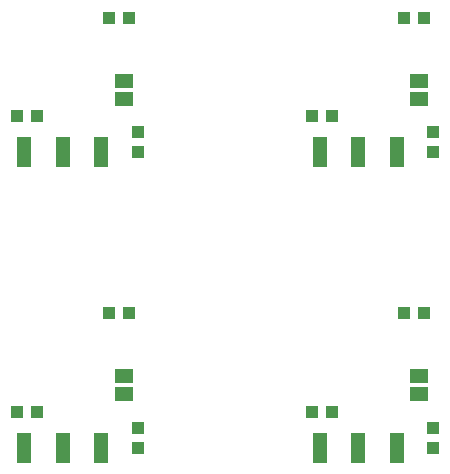
<source format=gtp>
G75*
%MOIN*%
%OFA0B0*%
%FSLAX25Y25*%
%IPPOS*%
%LPD*%
%AMOC8*
5,1,8,0,0,1.08239X$1,22.5*
%
%ADD10R,0.03937X0.04331*%
%ADD11R,0.05000X0.10000*%
%ADD12R,0.06300X0.04600*%
D10*
X0034801Y0040179D03*
X0041494Y0040179D03*
X0065524Y0072971D03*
X0072217Y0072971D03*
X0075206Y0034865D03*
X0075206Y0028172D03*
X0133226Y0040179D03*
X0139919Y0040179D03*
X0163949Y0072971D03*
X0170642Y0072971D03*
X0173631Y0034865D03*
X0173631Y0028172D03*
X0173631Y0126597D03*
X0173631Y0133290D03*
X0139919Y0138605D03*
X0133226Y0138605D03*
X0163949Y0171396D03*
X0170642Y0171396D03*
X0075206Y0133290D03*
X0075206Y0126597D03*
X0041494Y0138605D03*
X0034801Y0138605D03*
X0065524Y0171396D03*
X0072217Y0171396D03*
D11*
X0037417Y0028165D03*
X0050213Y0028165D03*
X0063008Y0028165D03*
X0135843Y0028165D03*
X0148638Y0028165D03*
X0161433Y0028165D03*
X0161433Y0126591D03*
X0148638Y0126591D03*
X0135843Y0126591D03*
X0063008Y0126591D03*
X0050213Y0126591D03*
X0037417Y0126591D03*
D12*
X0070495Y0144342D03*
X0070495Y0150342D03*
X0168920Y0150342D03*
X0168920Y0144342D03*
X0168920Y0051917D03*
X0168920Y0045917D03*
X0070495Y0045917D03*
X0070495Y0051917D03*
M02*

</source>
